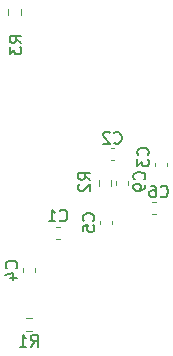
<source format=gbr>
%TF.GenerationSoftware,KiCad,Pcbnew,7.0.9*%
%TF.CreationDate,2024-08-25T17:31:11+01:00*%
%TF.ProjectId,RISKYKVM,5249534b-594b-4564-9d2e-6b696361645f,rev?*%
%TF.SameCoordinates,Original*%
%TF.FileFunction,Legend,Bot*%
%TF.FilePolarity,Positive*%
%FSLAX46Y46*%
G04 Gerber Fmt 4.6, Leading zero omitted, Abs format (unit mm)*
G04 Created by KiCad (PCBNEW 7.0.9) date 2024-08-25 17:31:11*
%MOMM*%
%LPD*%
G01*
G04 APERTURE LIST*
%ADD10C,0.150000*%
%ADD11C,0.120000*%
G04 APERTURE END LIST*
D10*
X121159166Y-106604819D02*
X121492499Y-106128628D01*
X121730594Y-106604819D02*
X121730594Y-105604819D01*
X121730594Y-105604819D02*
X121349642Y-105604819D01*
X121349642Y-105604819D02*
X121254404Y-105652438D01*
X121254404Y-105652438D02*
X121206785Y-105700057D01*
X121206785Y-105700057D02*
X121159166Y-105795295D01*
X121159166Y-105795295D02*
X121159166Y-105938152D01*
X121159166Y-105938152D02*
X121206785Y-106033390D01*
X121206785Y-106033390D02*
X121254404Y-106081009D01*
X121254404Y-106081009D02*
X121349642Y-106128628D01*
X121349642Y-106128628D02*
X121730594Y-106128628D01*
X120206785Y-106604819D02*
X120778213Y-106604819D01*
X120492499Y-106604819D02*
X120492499Y-105604819D01*
X120492499Y-105604819D02*
X120587737Y-105747676D01*
X120587737Y-105747676D02*
X120682975Y-105842914D01*
X120682975Y-105842914D02*
X120778213Y-105890533D01*
X128213466Y-89332780D02*
X128261085Y-89380400D01*
X128261085Y-89380400D02*
X128403942Y-89428019D01*
X128403942Y-89428019D02*
X128499180Y-89428019D01*
X128499180Y-89428019D02*
X128642037Y-89380400D01*
X128642037Y-89380400D02*
X128737275Y-89285161D01*
X128737275Y-89285161D02*
X128784894Y-89189923D01*
X128784894Y-89189923D02*
X128832513Y-88999447D01*
X128832513Y-88999447D02*
X128832513Y-88856590D01*
X128832513Y-88856590D02*
X128784894Y-88666114D01*
X128784894Y-88666114D02*
X128737275Y-88570876D01*
X128737275Y-88570876D02*
X128642037Y-88475638D01*
X128642037Y-88475638D02*
X128499180Y-88428019D01*
X128499180Y-88428019D02*
X128403942Y-88428019D01*
X128403942Y-88428019D02*
X128261085Y-88475638D01*
X128261085Y-88475638D02*
X128213466Y-88523257D01*
X127832513Y-88523257D02*
X127784894Y-88475638D01*
X127784894Y-88475638D02*
X127689656Y-88428019D01*
X127689656Y-88428019D02*
X127451561Y-88428019D01*
X127451561Y-88428019D02*
X127356323Y-88475638D01*
X127356323Y-88475638D02*
X127308704Y-88523257D01*
X127308704Y-88523257D02*
X127261085Y-88618495D01*
X127261085Y-88618495D02*
X127261085Y-88713733D01*
X127261085Y-88713733D02*
X127308704Y-88856590D01*
X127308704Y-88856590D02*
X127880132Y-89428019D01*
X127880132Y-89428019D02*
X127261085Y-89428019D01*
X120354819Y-80883333D02*
X119878628Y-80550000D01*
X120354819Y-80311905D02*
X119354819Y-80311905D01*
X119354819Y-80311905D02*
X119354819Y-80692857D01*
X119354819Y-80692857D02*
X119402438Y-80788095D01*
X119402438Y-80788095D02*
X119450057Y-80835714D01*
X119450057Y-80835714D02*
X119545295Y-80883333D01*
X119545295Y-80883333D02*
X119688152Y-80883333D01*
X119688152Y-80883333D02*
X119783390Y-80835714D01*
X119783390Y-80835714D02*
X119831009Y-80788095D01*
X119831009Y-80788095D02*
X119878628Y-80692857D01*
X119878628Y-80692857D02*
X119878628Y-80311905D01*
X119354819Y-81216667D02*
X119354819Y-81835714D01*
X119354819Y-81835714D02*
X119735771Y-81502381D01*
X119735771Y-81502381D02*
X119735771Y-81645238D01*
X119735771Y-81645238D02*
X119783390Y-81740476D01*
X119783390Y-81740476D02*
X119831009Y-81788095D01*
X119831009Y-81788095D02*
X119926247Y-81835714D01*
X119926247Y-81835714D02*
X120164342Y-81835714D01*
X120164342Y-81835714D02*
X120259580Y-81788095D01*
X120259580Y-81788095D02*
X120307200Y-81740476D01*
X120307200Y-81740476D02*
X120354819Y-81645238D01*
X120354819Y-81645238D02*
X120354819Y-81359524D01*
X120354819Y-81359524D02*
X120307200Y-81264286D01*
X120307200Y-81264286D02*
X120259580Y-81216667D01*
X119919580Y-99960833D02*
X119967200Y-99913214D01*
X119967200Y-99913214D02*
X120014819Y-99770357D01*
X120014819Y-99770357D02*
X120014819Y-99675119D01*
X120014819Y-99675119D02*
X119967200Y-99532262D01*
X119967200Y-99532262D02*
X119871961Y-99437024D01*
X119871961Y-99437024D02*
X119776723Y-99389405D01*
X119776723Y-99389405D02*
X119586247Y-99341786D01*
X119586247Y-99341786D02*
X119443390Y-99341786D01*
X119443390Y-99341786D02*
X119252914Y-99389405D01*
X119252914Y-99389405D02*
X119157676Y-99437024D01*
X119157676Y-99437024D02*
X119062438Y-99532262D01*
X119062438Y-99532262D02*
X119014819Y-99675119D01*
X119014819Y-99675119D02*
X119014819Y-99770357D01*
X119014819Y-99770357D02*
X119062438Y-99913214D01*
X119062438Y-99913214D02*
X119110057Y-99960833D01*
X119348152Y-100817976D02*
X120014819Y-100817976D01*
X118967200Y-100579881D02*
X119681485Y-100341786D01*
X119681485Y-100341786D02*
X119681485Y-100960833D01*
X123612566Y-95911080D02*
X123660185Y-95958700D01*
X123660185Y-95958700D02*
X123803042Y-96006319D01*
X123803042Y-96006319D02*
X123898280Y-96006319D01*
X123898280Y-96006319D02*
X124041137Y-95958700D01*
X124041137Y-95958700D02*
X124136375Y-95863461D01*
X124136375Y-95863461D02*
X124183994Y-95768223D01*
X124183994Y-95768223D02*
X124231613Y-95577747D01*
X124231613Y-95577747D02*
X124231613Y-95434890D01*
X124231613Y-95434890D02*
X124183994Y-95244414D01*
X124183994Y-95244414D02*
X124136375Y-95149176D01*
X124136375Y-95149176D02*
X124041137Y-95053938D01*
X124041137Y-95053938D02*
X123898280Y-95006319D01*
X123898280Y-95006319D02*
X123803042Y-95006319D01*
X123803042Y-95006319D02*
X123660185Y-95053938D01*
X123660185Y-95053938D02*
X123612566Y-95101557D01*
X122660185Y-96006319D02*
X123231613Y-96006319D01*
X122945899Y-96006319D02*
X122945899Y-95006319D01*
X122945899Y-95006319D02*
X123041137Y-95149176D01*
X123041137Y-95149176D02*
X123136375Y-95244414D01*
X123136375Y-95244414D02*
X123231613Y-95292033D01*
X132150466Y-93879380D02*
X132198085Y-93927000D01*
X132198085Y-93927000D02*
X132340942Y-93974619D01*
X132340942Y-93974619D02*
X132436180Y-93974619D01*
X132436180Y-93974619D02*
X132579037Y-93927000D01*
X132579037Y-93927000D02*
X132674275Y-93831761D01*
X132674275Y-93831761D02*
X132721894Y-93736523D01*
X132721894Y-93736523D02*
X132769513Y-93546047D01*
X132769513Y-93546047D02*
X132769513Y-93403190D01*
X132769513Y-93403190D02*
X132721894Y-93212714D01*
X132721894Y-93212714D02*
X132674275Y-93117476D01*
X132674275Y-93117476D02*
X132579037Y-93022238D01*
X132579037Y-93022238D02*
X132436180Y-92974619D01*
X132436180Y-92974619D02*
X132340942Y-92974619D01*
X132340942Y-92974619D02*
X132198085Y-93022238D01*
X132198085Y-93022238D02*
X132150466Y-93069857D01*
X131293323Y-92974619D02*
X131483799Y-92974619D01*
X131483799Y-92974619D02*
X131579037Y-93022238D01*
X131579037Y-93022238D02*
X131626656Y-93069857D01*
X131626656Y-93069857D02*
X131721894Y-93212714D01*
X131721894Y-93212714D02*
X131769513Y-93403190D01*
X131769513Y-93403190D02*
X131769513Y-93784142D01*
X131769513Y-93784142D02*
X131721894Y-93879380D01*
X131721894Y-93879380D02*
X131674275Y-93927000D01*
X131674275Y-93927000D02*
X131579037Y-93974619D01*
X131579037Y-93974619D02*
X131388561Y-93974619D01*
X131388561Y-93974619D02*
X131293323Y-93927000D01*
X131293323Y-93927000D02*
X131245704Y-93879380D01*
X131245704Y-93879380D02*
X131198085Y-93784142D01*
X131198085Y-93784142D02*
X131198085Y-93546047D01*
X131198085Y-93546047D02*
X131245704Y-93450809D01*
X131245704Y-93450809D02*
X131293323Y-93403190D01*
X131293323Y-93403190D02*
X131388561Y-93355571D01*
X131388561Y-93355571D02*
X131579037Y-93355571D01*
X131579037Y-93355571D02*
X131674275Y-93403190D01*
X131674275Y-93403190D02*
X131721894Y-93450809D01*
X131721894Y-93450809D02*
X131769513Y-93546047D01*
X131047980Y-90381333D02*
X131095600Y-90333714D01*
X131095600Y-90333714D02*
X131143219Y-90190857D01*
X131143219Y-90190857D02*
X131143219Y-90095619D01*
X131143219Y-90095619D02*
X131095600Y-89952762D01*
X131095600Y-89952762D02*
X131000361Y-89857524D01*
X131000361Y-89857524D02*
X130905123Y-89809905D01*
X130905123Y-89809905D02*
X130714647Y-89762286D01*
X130714647Y-89762286D02*
X130571790Y-89762286D01*
X130571790Y-89762286D02*
X130381314Y-89809905D01*
X130381314Y-89809905D02*
X130286076Y-89857524D01*
X130286076Y-89857524D02*
X130190838Y-89952762D01*
X130190838Y-89952762D02*
X130143219Y-90095619D01*
X130143219Y-90095619D02*
X130143219Y-90190857D01*
X130143219Y-90190857D02*
X130190838Y-90333714D01*
X130190838Y-90333714D02*
X130238457Y-90381333D01*
X130143219Y-90714667D02*
X130143219Y-91333714D01*
X130143219Y-91333714D02*
X130524171Y-91000381D01*
X130524171Y-91000381D02*
X130524171Y-91143238D01*
X130524171Y-91143238D02*
X130571790Y-91238476D01*
X130571790Y-91238476D02*
X130619409Y-91286095D01*
X130619409Y-91286095D02*
X130714647Y-91333714D01*
X130714647Y-91333714D02*
X130952742Y-91333714D01*
X130952742Y-91333714D02*
X131047980Y-91286095D01*
X131047980Y-91286095D02*
X131095600Y-91238476D01*
X131095600Y-91238476D02*
X131143219Y-91143238D01*
X131143219Y-91143238D02*
X131143219Y-90857524D01*
X131143219Y-90857524D02*
X131095600Y-90762286D01*
X131095600Y-90762286D02*
X131047980Y-90714667D01*
X126442980Y-95943933D02*
X126490600Y-95896314D01*
X126490600Y-95896314D02*
X126538219Y-95753457D01*
X126538219Y-95753457D02*
X126538219Y-95658219D01*
X126538219Y-95658219D02*
X126490600Y-95515362D01*
X126490600Y-95515362D02*
X126395361Y-95420124D01*
X126395361Y-95420124D02*
X126300123Y-95372505D01*
X126300123Y-95372505D02*
X126109647Y-95324886D01*
X126109647Y-95324886D02*
X125966790Y-95324886D01*
X125966790Y-95324886D02*
X125776314Y-95372505D01*
X125776314Y-95372505D02*
X125681076Y-95420124D01*
X125681076Y-95420124D02*
X125585838Y-95515362D01*
X125585838Y-95515362D02*
X125538219Y-95658219D01*
X125538219Y-95658219D02*
X125538219Y-95753457D01*
X125538219Y-95753457D02*
X125585838Y-95896314D01*
X125585838Y-95896314D02*
X125633457Y-95943933D01*
X125538219Y-96848695D02*
X125538219Y-96372505D01*
X125538219Y-96372505D02*
X126014409Y-96324886D01*
X126014409Y-96324886D02*
X125966790Y-96372505D01*
X125966790Y-96372505D02*
X125919171Y-96467743D01*
X125919171Y-96467743D02*
X125919171Y-96705838D01*
X125919171Y-96705838D02*
X125966790Y-96801076D01*
X125966790Y-96801076D02*
X126014409Y-96848695D01*
X126014409Y-96848695D02*
X126109647Y-96896314D01*
X126109647Y-96896314D02*
X126347742Y-96896314D01*
X126347742Y-96896314D02*
X126442980Y-96848695D01*
X126442980Y-96848695D02*
X126490600Y-96801076D01*
X126490600Y-96801076D02*
X126538219Y-96705838D01*
X126538219Y-96705838D02*
X126538219Y-96467743D01*
X126538219Y-96467743D02*
X126490600Y-96372505D01*
X126490600Y-96372505D02*
X126442980Y-96324886D01*
X126179819Y-92483333D02*
X125703628Y-92150000D01*
X126179819Y-91911905D02*
X125179819Y-91911905D01*
X125179819Y-91911905D02*
X125179819Y-92292857D01*
X125179819Y-92292857D02*
X125227438Y-92388095D01*
X125227438Y-92388095D02*
X125275057Y-92435714D01*
X125275057Y-92435714D02*
X125370295Y-92483333D01*
X125370295Y-92483333D02*
X125513152Y-92483333D01*
X125513152Y-92483333D02*
X125608390Y-92435714D01*
X125608390Y-92435714D02*
X125656009Y-92388095D01*
X125656009Y-92388095D02*
X125703628Y-92292857D01*
X125703628Y-92292857D02*
X125703628Y-91911905D01*
X125275057Y-92864286D02*
X125227438Y-92911905D01*
X125227438Y-92911905D02*
X125179819Y-93007143D01*
X125179819Y-93007143D02*
X125179819Y-93245238D01*
X125179819Y-93245238D02*
X125227438Y-93340476D01*
X125227438Y-93340476D02*
X125275057Y-93388095D01*
X125275057Y-93388095D02*
X125370295Y-93435714D01*
X125370295Y-93435714D02*
X125465533Y-93435714D01*
X125465533Y-93435714D02*
X125608390Y-93388095D01*
X125608390Y-93388095D02*
X126179819Y-92816667D01*
X126179819Y-92816667D02*
X126179819Y-93435714D01*
X130743180Y-92438733D02*
X130790800Y-92391114D01*
X130790800Y-92391114D02*
X130838419Y-92248257D01*
X130838419Y-92248257D02*
X130838419Y-92153019D01*
X130838419Y-92153019D02*
X130790800Y-92010162D01*
X130790800Y-92010162D02*
X130695561Y-91914924D01*
X130695561Y-91914924D02*
X130600323Y-91867305D01*
X130600323Y-91867305D02*
X130409847Y-91819686D01*
X130409847Y-91819686D02*
X130266990Y-91819686D01*
X130266990Y-91819686D02*
X130076514Y-91867305D01*
X130076514Y-91867305D02*
X129981276Y-91914924D01*
X129981276Y-91914924D02*
X129886038Y-92010162D01*
X129886038Y-92010162D02*
X129838419Y-92153019D01*
X129838419Y-92153019D02*
X129838419Y-92248257D01*
X129838419Y-92248257D02*
X129886038Y-92391114D01*
X129886038Y-92391114D02*
X129933657Y-92438733D01*
X130838419Y-92914924D02*
X130838419Y-93105400D01*
X130838419Y-93105400D02*
X130790800Y-93200638D01*
X130790800Y-93200638D02*
X130743180Y-93248257D01*
X130743180Y-93248257D02*
X130600323Y-93343495D01*
X130600323Y-93343495D02*
X130409847Y-93391114D01*
X130409847Y-93391114D02*
X130028895Y-93391114D01*
X130028895Y-93391114D02*
X129933657Y-93343495D01*
X129933657Y-93343495D02*
X129886038Y-93295876D01*
X129886038Y-93295876D02*
X129838419Y-93200638D01*
X129838419Y-93200638D02*
X129838419Y-93010162D01*
X129838419Y-93010162D02*
X129886038Y-92914924D01*
X129886038Y-92914924D02*
X129933657Y-92867305D01*
X129933657Y-92867305D02*
X130028895Y-92819686D01*
X130028895Y-92819686D02*
X130266990Y-92819686D01*
X130266990Y-92819686D02*
X130362228Y-92867305D01*
X130362228Y-92867305D02*
X130409847Y-92914924D01*
X130409847Y-92914924D02*
X130457466Y-93010162D01*
X130457466Y-93010162D02*
X130457466Y-93200638D01*
X130457466Y-93200638D02*
X130409847Y-93295876D01*
X130409847Y-93295876D02*
X130362228Y-93343495D01*
X130362228Y-93343495D02*
X130266990Y-93391114D01*
D11*
%TO.C,R1*%
X120737776Y-104197500D02*
X121247224Y-104197500D01*
X120737776Y-105242500D02*
X121247224Y-105242500D01*
%TO.C,C2*%
X127925933Y-89784000D02*
X128218467Y-89784000D01*
X127925933Y-90804000D02*
X128218467Y-90804000D01*
%TO.C,R3*%
X119252500Y-78504724D02*
X119252500Y-77995276D01*
X120297500Y-78504724D02*
X120297500Y-77995276D01*
%TO.C,C4*%
X121500000Y-99981233D02*
X121500000Y-100273767D01*
X120480000Y-99981233D02*
X120480000Y-100273767D01*
%TO.C,C1*%
X123592167Y-97491500D02*
X123299633Y-97491500D01*
X123592167Y-96471500D02*
X123299633Y-96471500D01*
%TO.C,C6*%
X131723667Y-95401400D02*
X131431133Y-95401400D01*
X131723667Y-94381400D02*
X131431133Y-94381400D01*
%TO.C,C3*%
X132646200Y-91062133D02*
X132646200Y-91354667D01*
X131626200Y-91062133D02*
X131626200Y-91354667D01*
%TO.C,C5*%
X128023400Y-95964333D02*
X128023400Y-96256867D01*
X127003400Y-95964333D02*
X127003400Y-96256867D01*
%TO.C,R2*%
X126914700Y-93012524D02*
X126914700Y-92503076D01*
X127959700Y-93012524D02*
X127959700Y-92503076D01*
%TO.C,C9*%
X129420400Y-92611533D02*
X129420400Y-92904067D01*
X128400400Y-92611533D02*
X128400400Y-92904067D01*
%TD*%
M02*

</source>
